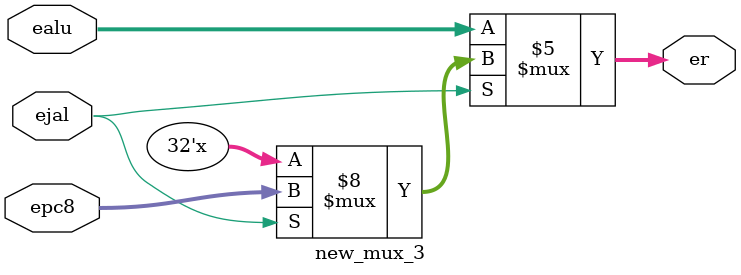
<source format=v>
`timescale 1ns / 1ps


module new_mux_3(
input [31:0] epc8, 
input [31:0] ealu,
input ejal,
 
output reg [31:0] er
    );
    always@(*)
    begin
        if(ejal == 1)
        begin
            er = epc8;
        end
        if(ejal == 0)
        begin
            er = ealu;
        end
    end
endmodule

</source>
